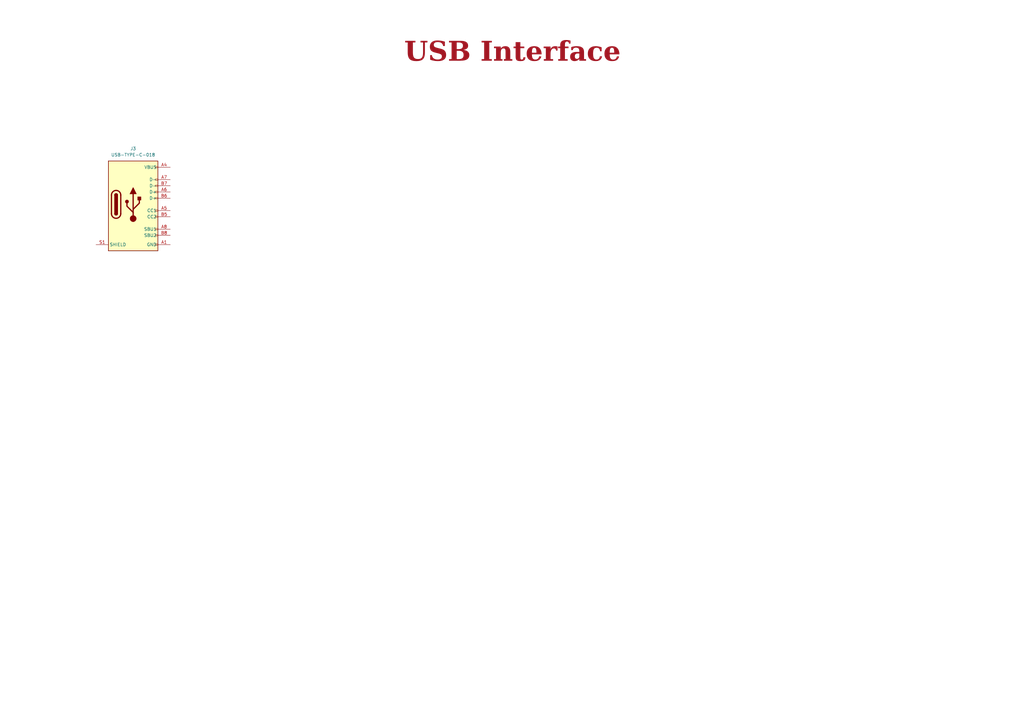
<source format=kicad_sch>
(kicad_sch (version 20250114) (generator "eeschema") (generator_version "9.0")
  (paper "A3")
  (title_block (title "USB Interface") (date "2026-02-05") (rev "1.0.0") (company "DvidMakesThings"))
  (lib_symbols
    (symbol "DS_Connector:USB-C"
      (property "Reference" "J" (at -6.35 20.828 0))
      (property "Value" "USB-TYPE-C-018" (at -6.604 -19.558 0))
      (symbol "USB-C_0_0"
        (rectangle (start 10.16 16.764) (end 9.144 16.256))
        (rectangle (start 10.16 11.684) (end 9.144 11.176))
        (rectangle (start 10.16 9.144) (end 9.144 8.636))
        (rectangle (start 10.16 6.604) (end 9.144 6.096))
        (rectangle (start 10.16 4.064) (end 9.144 3.556))
        (rectangle (start 10.16 -1.016) (end 9.144 -1.524))
        (rectangle (start 10.16 -3.556) (end 9.144 -4.064))
        (rectangle (start 10.16 -8.636) (end 9.144 -9.144))
        (rectangle (start 10.16 -11.176) (end 9.144 -11.684))
        (rectangle (start 10.16 -15.494) (end 9.144 -14.986))
      )
      (symbol "USB-C_0_1"
        (rectangle (start -10.16 19.05) (end 10.16 -17.78) (stroke (width 0.254)) (fill (type background)))
        (polyline (pts (xy -8.89 -2.54) (xy -8.89 5.08)) (stroke (width 0.508)))
        (rectangle (start -7.62 -2.54) (end -6.35 5.08) (stroke (width 0.254)) (fill (type outline)))
        (arc (start -7.62 5.08) (mid -6.985 5.7123) (end -6.35 5.08) (stroke (width 0.254)))
        (arc (start -7.62 5.08) (mid -6.985 5.7123) (end -6.35 5.08) (stroke (width 0.254)) (fill (type outline)))
        (arc (start -8.89 5.08) (mid -6.985 6.9767) (end -5.08 5.08) (stroke (width 0.508)))
        (arc (start -5.08 -2.54) (mid -6.985 -4.4367) (end -8.89 -2.54) (stroke (width 0.508)))
        (arc (start -6.35 -2.54) (mid -6.985 -3.1723) (end -7.62 -2.54) (stroke (width 0.254)))
        (arc (start -6.35 -2.54) (mid -6.985 -3.1723) (end -7.62 -2.54) (stroke (width 0.254)) (fill (type outline)))
        (polyline (pts (xy -5.08 5.08) (xy -5.08 -2.54)) (stroke (width 0.508)))
        (circle (center -2.54 2.413) (radius 0.635) (stroke (width 0.254)) (fill (type outline)))
        (polyline (pts (xy -1.27 5.588) (xy 0 8.128) (xy 1.27 5.588) (xy -1.27 5.588)) (stroke (width 0.254)) (fill (type outline)))
        (polyline (pts (xy 0 -0.762) (xy 2.54 1.778) (xy 2.54 3.048)) (stroke (width 0.508)))
        (polyline (pts (xy 0 -2.032) (xy -2.54 0.508) (xy -2.54 1.778)) (stroke (width 0.508)))
        (polyline (pts (xy 0 -4.572) (xy 0 5.588)) (stroke (width 0.508)))
        (circle (center 0 -4.572) (radius 1.27) (fill (type outline)))
        (rectangle (start 1.905 3.048) (end 3.175 4.318) (stroke (width 0.254)) (fill (type outline)))
      )
      (symbol "USB-C_1_1"
        (pin passive line (at -15.24 -15.24 0) (length 5.08) (name "SHIELD") (number "S1"))
        (pin passive line (at 15.24 16.51 180) (length 5.08) (name "VBUS") (number "A4"))
        (pin passive line (at 15.24 16.51 180) (length 5.08) (hide yes) (name "VBUS") (number "A9"))
        (pin passive line (at 15.24 16.51 180) (length 5.08) (hide yes) (name "VBUS") (number "B4"))
        (pin passive line (at 15.24 16.51 180) (length 5.08) (hide yes) (name "VBUS") (number "B9"))
        (pin bidirectional line (at 15.24 11.43 180) (length 5.08) (name "D-") (number "A7"))
        (pin bidirectional line (at 15.24 8.89 180) (length 5.08) (name "D-") (number "B7"))
        (pin bidirectional line (at 15.24 6.35 180) (length 5.08) (name "D+") (number "A6"))
        (pin bidirectional line (at 15.24 3.81 180) (length 5.08) (name "D+") (number "B6"))
        (pin bidirectional line (at 15.24 -1.27 180) (length 5.08) (name "CC1") (number "A5"))
        (pin bidirectional line (at 15.24 -3.81 180) (length 5.08) (name "CC2") (number "B5"))
        (pin bidirectional line (at 15.24 -8.89 180) (length 5.08) (name "SBU1") (number "A8"))
        (pin bidirectional line (at 15.24 -11.43 180) (length 5.08) (name "SBU2") (number "B8"))
        (pin passive line (at 15.24 -15.24 180) (length 5.08) (name "GND") (number "A1"))
        (pin passive line (at 15.24 -15.24 180) (length 5.08) (hide yes) (name "GND") (number "A12"))
        (pin passive line (at 15.24 -15.24 180) (length 5.08) (hide yes) (name "GND") (number "B1"))
        (pin passive line (at 15.24 -15.24 180) (length 5.08) (hide yes) (name "GND") (number "B12"))
      )
    )
  )
  (text_box "USB Interface" (at 12.7 15.24 0) (size 394.97 12.7) (margins 5.9999 5.9999 5.9999 5.9999) (stroke (width -0.0001)) (effects (font (size 8 8) (thickness 1.2) (bold yes))))
  (symbol (lib_id "DS_Connector:USB-C") (at 54.61 85.09 0) (unit 1)
    (property "Reference" "J3" (at 54.61 60.96 0))
    (property "Value" "USB-TYPE-C-018" (at 54.61 63.5 0))
    (property "Footprint" "DS_Connector:USB_C_Receptacle_HCTL_HC-TYPE-C-16P-01A" (effects (hide yes)))
    (property "Datasheet" "https://jlcpcb.com/api/file/downloadByFileSystemAccessId/8589041631273738240" (effects (hide yes)))
    (property "Description" "-25°C~+85°C 1 10,000 cycles 16P 3A 5V 7.35mm Female Surface Mount, Right Angle Type-C SMD USB Connectors ROHS" (effects (hide yes)))
    (property "LCSC_PART" "C2927038" (effects (hide yes)))
    (property "MPN" "USB-TYPE-C-018" (effects (hide yes)))
    (property "MFR" "DEALON" (effects (hide yes)))
    (property "ROHS" "YES" (effects (hide yes)))
  )
)
</source>
